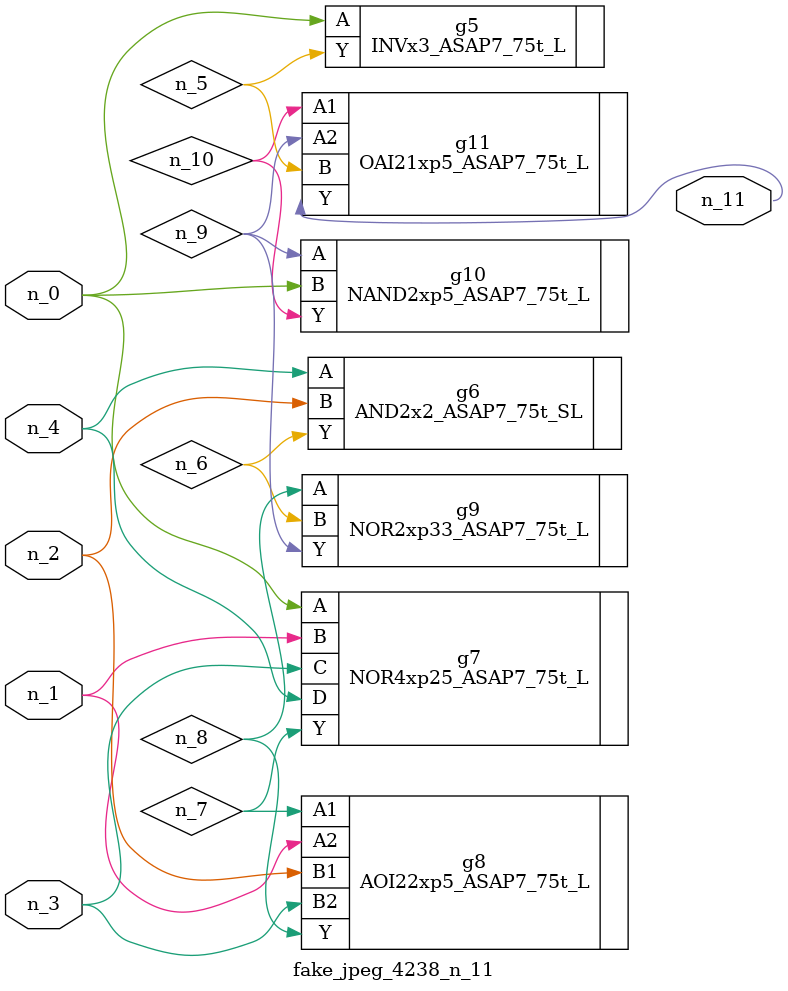
<source format=v>
module fake_jpeg_4238_n_11 (n_3, n_2, n_1, n_0, n_4, n_11);

input n_3;
input n_2;
input n_1;
input n_0;
input n_4;

output n_11;

wire n_10;
wire n_8;
wire n_9;
wire n_6;
wire n_5;
wire n_7;

INVx3_ASAP7_75t_L g5 ( 
.A(n_0),
.Y(n_5)
);

AND2x2_ASAP7_75t_SL g6 ( 
.A(n_4),
.B(n_2),
.Y(n_6)
);

NOR4xp25_ASAP7_75t_L g7 ( 
.A(n_0),
.B(n_1),
.C(n_3),
.D(n_4),
.Y(n_7)
);

AOI22xp5_ASAP7_75t_L g8 ( 
.A1(n_7),
.A2(n_1),
.B1(n_2),
.B2(n_3),
.Y(n_8)
);

NOR2xp33_ASAP7_75t_L g9 ( 
.A(n_8),
.B(n_6),
.Y(n_9)
);

NAND2xp5_ASAP7_75t_L g10 ( 
.A(n_9),
.B(n_0),
.Y(n_10)
);

OAI21xp5_ASAP7_75t_L g11 ( 
.A1(n_10),
.A2(n_9),
.B(n_5),
.Y(n_11)
);


endmodule
</source>
